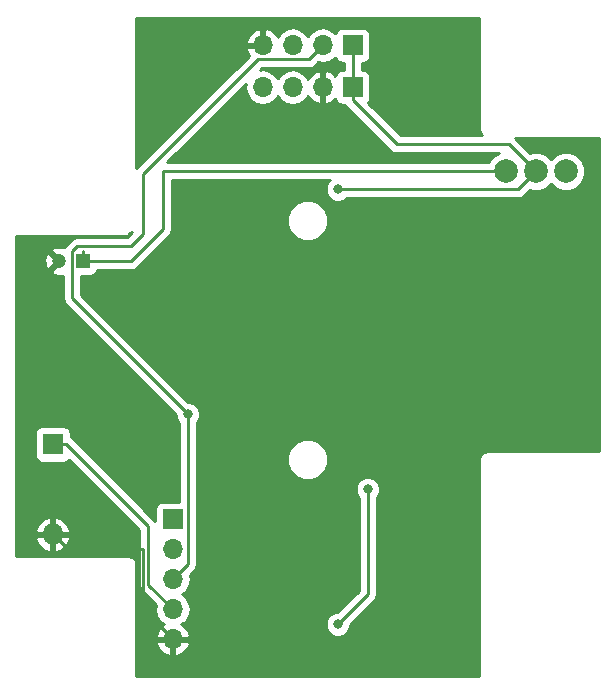
<source format=gbr>
G04 #@! TF.GenerationSoftware,KiCad,Pcbnew,(2018-01-18 revision 959767c09)-makepkg*
G04 #@! TF.CreationDate,2018-01-30T22:09:32+01:00*
G04 #@! TF.ProjectId,SensorPCB_V1.1,53656E736F725043425F56312E312E6B,rev?*
G04 #@! TF.SameCoordinates,Original*
G04 #@! TF.FileFunction,Copper,L2,Bot,Signal*
G04 #@! TF.FilePolarity,Positive*
%FSLAX46Y46*%
G04 Gerber Fmt 4.6, Leading zero omitted, Abs format (unit mm)*
G04 Created by KiCad (PCBNEW (2018-01-18 revision 959767c09)-makepkg) date 01/30/18 22:09:32*
%MOMM*%
%LPD*%
G01*
G04 APERTURE LIST*
%ADD10R,1.700000X1.700000*%
%ADD11O,1.700000X1.700000*%
%ADD12C,1.998980*%
%ADD13O,1.800000X1.800000*%
%ADD14R,1.800000X1.800000*%
%ADD15C,1.200000*%
%ADD16R,1.200000X1.200000*%
%ADD17C,0.800000*%
%ADD18C,0.250000*%
%ADD19C,0.254000*%
G04 APERTURE END LIST*
D10*
X41910000Y-19304000D03*
D11*
X39370000Y-19304000D03*
X36830000Y-19304000D03*
X34290000Y-19304000D03*
X34290000Y-15748000D03*
X36830000Y-15748000D03*
X39370000Y-15748000D03*
D10*
X41910000Y-15748000D03*
D12*
X57404000Y-26416000D03*
X54864000Y-26416000D03*
X59944000Y-26416000D03*
D13*
X16510000Y-57150000D03*
D14*
X16510000Y-49530000D03*
D15*
X17050000Y-34036000D03*
D16*
X19050000Y-34036000D03*
D11*
X26670000Y-66040000D03*
X26670000Y-63500000D03*
X26670000Y-60960000D03*
X26670000Y-58420000D03*
D10*
X26670000Y-55880000D03*
D17*
X40640000Y-27940000D03*
X27940000Y-46990000D03*
X40640000Y-64770000D03*
X43180000Y-53340000D03*
D18*
X25820000Y-31330000D02*
X23114000Y-34036000D01*
X23114000Y-34036000D02*
X19050000Y-34036000D01*
X25820000Y-26416000D02*
X25820000Y-31330000D01*
X54864000Y-26416000D02*
X25820000Y-26416000D01*
X19050000Y-33186000D02*
X19050000Y-34036000D01*
X26670000Y-63500000D02*
X24580010Y-61410010D01*
X24580010Y-61410010D02*
X24580010Y-56450010D01*
X24580010Y-56450010D02*
X17660000Y-49530000D01*
X17660000Y-49530000D02*
X16510000Y-49530000D01*
X24130000Y-58420000D02*
X17780000Y-58420000D01*
X17780000Y-58420000D02*
X16510000Y-57150000D01*
X24130000Y-63500000D02*
X24130000Y-58420000D01*
X26670000Y-66040000D02*
X24130000Y-63500000D01*
X40640000Y-27940000D02*
X55880000Y-27940000D01*
X55880000Y-27940000D02*
X57404000Y-26416000D01*
X41910000Y-20404000D02*
X41910000Y-15748000D01*
X41910000Y-20404000D02*
X41910000Y-19304000D01*
X57404000Y-26416000D02*
X55118000Y-24130000D01*
X55118000Y-24130000D02*
X45636000Y-24130000D01*
X45636000Y-24130000D02*
X41910000Y-20404000D01*
X23144010Y-32735990D02*
X18565008Y-32735990D01*
X24130000Y-31750000D02*
X23144010Y-32735990D01*
X24130000Y-26670000D02*
X24130000Y-31750000D01*
X33876999Y-16923001D02*
X24130000Y-26670000D01*
X38194999Y-16923001D02*
X33876999Y-16923001D01*
X39370000Y-15748000D02*
X38194999Y-16923001D01*
X18565008Y-32735990D02*
X18124999Y-33175999D01*
X18124999Y-33175999D02*
X18124999Y-37174999D01*
X18124999Y-37174999D02*
X27940000Y-46990000D01*
X27940000Y-59690000D02*
X27940000Y-46990000D01*
X26670000Y-60960000D02*
X27940000Y-59690000D01*
X43180000Y-62230000D02*
X40640000Y-64770000D01*
X43180000Y-53340000D02*
X43180000Y-62230000D01*
D19*
G36*
X62790000Y-50090000D02*
X53340000Y-50090000D01*
X53068295Y-50144046D01*
X52837954Y-50297954D01*
X52684046Y-50528295D01*
X52630000Y-50800000D01*
X52630000Y-69140000D01*
X23570000Y-69140000D01*
X23570000Y-66396890D01*
X25228524Y-66396890D01*
X25398355Y-66806924D01*
X25788642Y-67235183D01*
X26313108Y-67481486D01*
X26543000Y-67360819D01*
X26543000Y-66167000D01*
X26797000Y-66167000D01*
X26797000Y-67360819D01*
X27026892Y-67481486D01*
X27551358Y-67235183D01*
X27941645Y-66806924D01*
X28111476Y-66396890D01*
X27990155Y-66167000D01*
X26797000Y-66167000D01*
X26543000Y-66167000D01*
X25349845Y-66167000D01*
X25228524Y-66396890D01*
X23570000Y-66396890D01*
X23570000Y-59690000D01*
X23515954Y-59418295D01*
X23362046Y-59187954D01*
X23131705Y-59034046D01*
X22860000Y-58980000D01*
X13410000Y-58980000D01*
X13410000Y-57514742D01*
X15018954Y-57514742D01*
X15272034Y-58057576D01*
X15713583Y-58462240D01*
X16145260Y-58641036D01*
X16383000Y-58520378D01*
X16383000Y-57277000D01*
X16637000Y-57277000D01*
X16637000Y-58520378D01*
X16874740Y-58641036D01*
X17306417Y-58462240D01*
X17747966Y-58057576D01*
X18001046Y-57514742D01*
X17880997Y-57277000D01*
X16637000Y-57277000D01*
X16383000Y-57277000D01*
X15139003Y-57277000D01*
X15018954Y-57514742D01*
X13410000Y-57514742D01*
X13410000Y-56785258D01*
X15018954Y-56785258D01*
X15139003Y-57023000D01*
X16383000Y-57023000D01*
X16383000Y-55779622D01*
X16637000Y-55779622D01*
X16637000Y-57023000D01*
X17880997Y-57023000D01*
X18001046Y-56785258D01*
X17747966Y-56242424D01*
X17306417Y-55837760D01*
X16874740Y-55658964D01*
X16637000Y-55779622D01*
X16383000Y-55779622D01*
X16145260Y-55658964D01*
X15713583Y-55837760D01*
X15272034Y-56242424D01*
X15018954Y-56785258D01*
X13410000Y-56785258D01*
X13410000Y-33867036D01*
X15802193Y-33867036D01*
X15832518Y-34357413D01*
X15961836Y-34669617D01*
X16187265Y-34719130D01*
X16870395Y-34036000D01*
X16187265Y-33352870D01*
X15961836Y-33402383D01*
X15802193Y-33867036D01*
X13410000Y-33867036D01*
X13410000Y-31877000D01*
X22860000Y-31877000D01*
X22908601Y-31867333D01*
X22949803Y-31839803D01*
X22977333Y-31798601D01*
X22987000Y-31750000D01*
X22987000Y-31672738D01*
X23131705Y-31643954D01*
X23220725Y-31584473D01*
X22829208Y-31975990D01*
X18565008Y-31975990D01*
X18274169Y-32033842D01*
X18027607Y-32198589D01*
X17587598Y-32638598D01*
X17437478Y-32863269D01*
X17218964Y-32788193D01*
X16728587Y-32818518D01*
X16416383Y-32947836D01*
X16366870Y-33173265D01*
X17050000Y-33856395D01*
X17064143Y-33842253D01*
X17243748Y-34021858D01*
X17229605Y-34036000D01*
X17243748Y-34050143D01*
X17064143Y-34229748D01*
X17050000Y-34215605D01*
X16366870Y-34898735D01*
X16416383Y-35124164D01*
X16881036Y-35283807D01*
X17364999Y-35253879D01*
X17364999Y-37174999D01*
X17422851Y-37465838D01*
X17587598Y-37712400D01*
X26904965Y-47029767D01*
X26904821Y-47194971D01*
X27062058Y-47575515D01*
X27180000Y-47693663D01*
X27180000Y-54382560D01*
X25820000Y-54382560D01*
X25572235Y-54431843D01*
X25362191Y-54572191D01*
X25221843Y-54782235D01*
X25172560Y-55030000D01*
X25172560Y-55995146D01*
X25117411Y-55912609D01*
X18197401Y-48992599D01*
X18057440Y-48899080D01*
X18057440Y-48630000D01*
X18008157Y-48382235D01*
X17867809Y-48172191D01*
X17657765Y-48031843D01*
X17410000Y-47982560D01*
X15610000Y-47982560D01*
X15362235Y-48031843D01*
X15152191Y-48172191D01*
X15011843Y-48382235D01*
X14962560Y-48630000D01*
X14962560Y-50430000D01*
X15011843Y-50677765D01*
X15152191Y-50887809D01*
X15362235Y-51028157D01*
X15610000Y-51077440D01*
X17410000Y-51077440D01*
X17657765Y-51028157D01*
X17867809Y-50887809D01*
X17897929Y-50842731D01*
X23820010Y-56764812D01*
X23820010Y-61410010D01*
X23877862Y-61700849D01*
X24042609Y-61947411D01*
X25228790Y-63133592D01*
X25155907Y-63500000D01*
X25268946Y-64068285D01*
X25590853Y-64550054D01*
X25931553Y-64777702D01*
X25788642Y-64844817D01*
X25398355Y-65273076D01*
X25228524Y-65683110D01*
X25349845Y-65913000D01*
X26543000Y-65913000D01*
X26543000Y-65893000D01*
X26797000Y-65893000D01*
X26797000Y-65913000D01*
X27990155Y-65913000D01*
X28111476Y-65683110D01*
X27941645Y-65273076D01*
X27669972Y-64974971D01*
X39604821Y-64974971D01*
X39762058Y-65355515D01*
X40052954Y-65646919D01*
X40433223Y-65804820D01*
X40844971Y-65805179D01*
X41225515Y-65647942D01*
X41516919Y-65357046D01*
X41674820Y-64976777D01*
X41674966Y-64809836D01*
X43717401Y-62767401D01*
X43882148Y-62520840D01*
X43897233Y-62445000D01*
X43940000Y-62230000D01*
X43940000Y-54043761D01*
X44056919Y-53927046D01*
X44214820Y-53546777D01*
X44215179Y-53135029D01*
X44057942Y-52754485D01*
X43767046Y-52463081D01*
X43386777Y-52305180D01*
X42975029Y-52304821D01*
X42594485Y-52462058D01*
X42303081Y-52752954D01*
X42145180Y-53133223D01*
X42144821Y-53544971D01*
X42302058Y-53925515D01*
X42420000Y-54043663D01*
X42420000Y-61915198D01*
X40600233Y-63734965D01*
X40435029Y-63734821D01*
X40054485Y-63892058D01*
X39763081Y-64182954D01*
X39605180Y-64563223D01*
X39604821Y-64974971D01*
X27669972Y-64974971D01*
X27551358Y-64844817D01*
X27408447Y-64777702D01*
X27749147Y-64550054D01*
X28071054Y-64068285D01*
X28184093Y-63500000D01*
X28071054Y-62931715D01*
X27749147Y-62449946D01*
X27419974Y-62230000D01*
X27749147Y-62010054D01*
X28071054Y-61528285D01*
X28184093Y-60960000D01*
X28111210Y-60593592D01*
X28477401Y-60227401D01*
X28642148Y-59980840D01*
X28700000Y-59690000D01*
X28700000Y-51143599D01*
X36364699Y-51143599D01*
X36628281Y-51781515D01*
X37115918Y-52270004D01*
X37753373Y-52534699D01*
X38443599Y-52535301D01*
X39081515Y-52271719D01*
X39570004Y-51784082D01*
X39834699Y-51146627D01*
X39835301Y-50456401D01*
X39571719Y-49818485D01*
X39084082Y-49329996D01*
X38446627Y-49065301D01*
X37756401Y-49064699D01*
X37118485Y-49328281D01*
X36629996Y-49815918D01*
X36365301Y-50453373D01*
X36364699Y-51143599D01*
X28700000Y-51143599D01*
X28700000Y-47693761D01*
X28816919Y-47577046D01*
X28974820Y-47196777D01*
X28975179Y-46785029D01*
X28817942Y-46404485D01*
X28527046Y-46113081D01*
X28146777Y-45955180D01*
X27979836Y-45955034D01*
X18884999Y-36860197D01*
X18884999Y-35283440D01*
X19650000Y-35283440D01*
X19897765Y-35234157D01*
X20107809Y-35093809D01*
X20248157Y-34883765D01*
X20265614Y-34796000D01*
X23114000Y-34796000D01*
X23404839Y-34738148D01*
X23651401Y-34573401D01*
X26357401Y-31867401D01*
X26522148Y-31620839D01*
X26580000Y-31330000D01*
X26580000Y-30931599D01*
X36364699Y-30931599D01*
X36628281Y-31569515D01*
X37115918Y-32058004D01*
X37753373Y-32322699D01*
X38443599Y-32323301D01*
X39081515Y-32059719D01*
X39570004Y-31572082D01*
X39834699Y-30934627D01*
X39835301Y-30244401D01*
X39571719Y-29606485D01*
X39084082Y-29117996D01*
X38446627Y-28853301D01*
X37756401Y-28852699D01*
X37118485Y-29116281D01*
X36629996Y-29603918D01*
X36365301Y-30241373D01*
X36364699Y-30931599D01*
X26580000Y-30931599D01*
X26580000Y-27176000D01*
X39940344Y-27176000D01*
X39763081Y-27352954D01*
X39605180Y-27733223D01*
X39604821Y-28144971D01*
X39762058Y-28525515D01*
X40052954Y-28816919D01*
X40433223Y-28974820D01*
X40844971Y-28975179D01*
X41225515Y-28817942D01*
X41343663Y-28700000D01*
X55880000Y-28700000D01*
X56170839Y-28642148D01*
X56417401Y-28477401D01*
X56912917Y-27981885D01*
X57077453Y-28050206D01*
X57727694Y-28050774D01*
X58328655Y-27802462D01*
X58674199Y-27457520D01*
X59016927Y-27800846D01*
X59617453Y-28050206D01*
X60267694Y-28050774D01*
X60868655Y-27802462D01*
X61328846Y-27343073D01*
X61578206Y-26742547D01*
X61578774Y-26092306D01*
X61330462Y-25491345D01*
X60871073Y-25031154D01*
X60270547Y-24781794D01*
X59620306Y-24781226D01*
X59019345Y-25029538D01*
X58673801Y-25374480D01*
X58331073Y-25031154D01*
X57730547Y-24781794D01*
X57080306Y-24781226D01*
X56913111Y-24850309D01*
X55655401Y-23592599D01*
X55621579Y-23570000D01*
X62790000Y-23570000D01*
X62790000Y-50090000D01*
X62790000Y-50090000D01*
G37*
X62790000Y-50090000D02*
X53340000Y-50090000D01*
X53068295Y-50144046D01*
X52837954Y-50297954D01*
X52684046Y-50528295D01*
X52630000Y-50800000D01*
X52630000Y-69140000D01*
X23570000Y-69140000D01*
X23570000Y-66396890D01*
X25228524Y-66396890D01*
X25398355Y-66806924D01*
X25788642Y-67235183D01*
X26313108Y-67481486D01*
X26543000Y-67360819D01*
X26543000Y-66167000D01*
X26797000Y-66167000D01*
X26797000Y-67360819D01*
X27026892Y-67481486D01*
X27551358Y-67235183D01*
X27941645Y-66806924D01*
X28111476Y-66396890D01*
X27990155Y-66167000D01*
X26797000Y-66167000D01*
X26543000Y-66167000D01*
X25349845Y-66167000D01*
X25228524Y-66396890D01*
X23570000Y-66396890D01*
X23570000Y-59690000D01*
X23515954Y-59418295D01*
X23362046Y-59187954D01*
X23131705Y-59034046D01*
X22860000Y-58980000D01*
X13410000Y-58980000D01*
X13410000Y-57514742D01*
X15018954Y-57514742D01*
X15272034Y-58057576D01*
X15713583Y-58462240D01*
X16145260Y-58641036D01*
X16383000Y-58520378D01*
X16383000Y-57277000D01*
X16637000Y-57277000D01*
X16637000Y-58520378D01*
X16874740Y-58641036D01*
X17306417Y-58462240D01*
X17747966Y-58057576D01*
X18001046Y-57514742D01*
X17880997Y-57277000D01*
X16637000Y-57277000D01*
X16383000Y-57277000D01*
X15139003Y-57277000D01*
X15018954Y-57514742D01*
X13410000Y-57514742D01*
X13410000Y-56785258D01*
X15018954Y-56785258D01*
X15139003Y-57023000D01*
X16383000Y-57023000D01*
X16383000Y-55779622D01*
X16637000Y-55779622D01*
X16637000Y-57023000D01*
X17880997Y-57023000D01*
X18001046Y-56785258D01*
X17747966Y-56242424D01*
X17306417Y-55837760D01*
X16874740Y-55658964D01*
X16637000Y-55779622D01*
X16383000Y-55779622D01*
X16145260Y-55658964D01*
X15713583Y-55837760D01*
X15272034Y-56242424D01*
X15018954Y-56785258D01*
X13410000Y-56785258D01*
X13410000Y-33867036D01*
X15802193Y-33867036D01*
X15832518Y-34357413D01*
X15961836Y-34669617D01*
X16187265Y-34719130D01*
X16870395Y-34036000D01*
X16187265Y-33352870D01*
X15961836Y-33402383D01*
X15802193Y-33867036D01*
X13410000Y-33867036D01*
X13410000Y-31877000D01*
X22860000Y-31877000D01*
X22908601Y-31867333D01*
X22949803Y-31839803D01*
X22977333Y-31798601D01*
X22987000Y-31750000D01*
X22987000Y-31672738D01*
X23131705Y-31643954D01*
X23220725Y-31584473D01*
X22829208Y-31975990D01*
X18565008Y-31975990D01*
X18274169Y-32033842D01*
X18027607Y-32198589D01*
X17587598Y-32638598D01*
X17437478Y-32863269D01*
X17218964Y-32788193D01*
X16728587Y-32818518D01*
X16416383Y-32947836D01*
X16366870Y-33173265D01*
X17050000Y-33856395D01*
X17064143Y-33842253D01*
X17243748Y-34021858D01*
X17229605Y-34036000D01*
X17243748Y-34050143D01*
X17064143Y-34229748D01*
X17050000Y-34215605D01*
X16366870Y-34898735D01*
X16416383Y-35124164D01*
X16881036Y-35283807D01*
X17364999Y-35253879D01*
X17364999Y-37174999D01*
X17422851Y-37465838D01*
X17587598Y-37712400D01*
X26904965Y-47029767D01*
X26904821Y-47194971D01*
X27062058Y-47575515D01*
X27180000Y-47693663D01*
X27180000Y-54382560D01*
X25820000Y-54382560D01*
X25572235Y-54431843D01*
X25362191Y-54572191D01*
X25221843Y-54782235D01*
X25172560Y-55030000D01*
X25172560Y-55995146D01*
X25117411Y-55912609D01*
X18197401Y-48992599D01*
X18057440Y-48899080D01*
X18057440Y-48630000D01*
X18008157Y-48382235D01*
X17867809Y-48172191D01*
X17657765Y-48031843D01*
X17410000Y-47982560D01*
X15610000Y-47982560D01*
X15362235Y-48031843D01*
X15152191Y-48172191D01*
X15011843Y-48382235D01*
X14962560Y-48630000D01*
X14962560Y-50430000D01*
X15011843Y-50677765D01*
X15152191Y-50887809D01*
X15362235Y-51028157D01*
X15610000Y-51077440D01*
X17410000Y-51077440D01*
X17657765Y-51028157D01*
X17867809Y-50887809D01*
X17897929Y-50842731D01*
X23820010Y-56764812D01*
X23820010Y-61410010D01*
X23877862Y-61700849D01*
X24042609Y-61947411D01*
X25228790Y-63133592D01*
X25155907Y-63500000D01*
X25268946Y-64068285D01*
X25590853Y-64550054D01*
X25931553Y-64777702D01*
X25788642Y-64844817D01*
X25398355Y-65273076D01*
X25228524Y-65683110D01*
X25349845Y-65913000D01*
X26543000Y-65913000D01*
X26543000Y-65893000D01*
X26797000Y-65893000D01*
X26797000Y-65913000D01*
X27990155Y-65913000D01*
X28111476Y-65683110D01*
X27941645Y-65273076D01*
X27669972Y-64974971D01*
X39604821Y-64974971D01*
X39762058Y-65355515D01*
X40052954Y-65646919D01*
X40433223Y-65804820D01*
X40844971Y-65805179D01*
X41225515Y-65647942D01*
X41516919Y-65357046D01*
X41674820Y-64976777D01*
X41674966Y-64809836D01*
X43717401Y-62767401D01*
X43882148Y-62520840D01*
X43897233Y-62445000D01*
X43940000Y-62230000D01*
X43940000Y-54043761D01*
X44056919Y-53927046D01*
X44214820Y-53546777D01*
X44215179Y-53135029D01*
X44057942Y-52754485D01*
X43767046Y-52463081D01*
X43386777Y-52305180D01*
X42975029Y-52304821D01*
X42594485Y-52462058D01*
X42303081Y-52752954D01*
X42145180Y-53133223D01*
X42144821Y-53544971D01*
X42302058Y-53925515D01*
X42420000Y-54043663D01*
X42420000Y-61915198D01*
X40600233Y-63734965D01*
X40435029Y-63734821D01*
X40054485Y-63892058D01*
X39763081Y-64182954D01*
X39605180Y-64563223D01*
X39604821Y-64974971D01*
X27669972Y-64974971D01*
X27551358Y-64844817D01*
X27408447Y-64777702D01*
X27749147Y-64550054D01*
X28071054Y-64068285D01*
X28184093Y-63500000D01*
X28071054Y-62931715D01*
X27749147Y-62449946D01*
X27419974Y-62230000D01*
X27749147Y-62010054D01*
X28071054Y-61528285D01*
X28184093Y-60960000D01*
X28111210Y-60593592D01*
X28477401Y-60227401D01*
X28642148Y-59980840D01*
X28700000Y-59690000D01*
X28700000Y-51143599D01*
X36364699Y-51143599D01*
X36628281Y-51781515D01*
X37115918Y-52270004D01*
X37753373Y-52534699D01*
X38443599Y-52535301D01*
X39081515Y-52271719D01*
X39570004Y-51784082D01*
X39834699Y-51146627D01*
X39835301Y-50456401D01*
X39571719Y-49818485D01*
X39084082Y-49329996D01*
X38446627Y-49065301D01*
X37756401Y-49064699D01*
X37118485Y-49328281D01*
X36629996Y-49815918D01*
X36365301Y-50453373D01*
X36364699Y-51143599D01*
X28700000Y-51143599D01*
X28700000Y-47693761D01*
X28816919Y-47577046D01*
X28974820Y-47196777D01*
X28975179Y-46785029D01*
X28817942Y-46404485D01*
X28527046Y-46113081D01*
X28146777Y-45955180D01*
X27979836Y-45955034D01*
X18884999Y-36860197D01*
X18884999Y-35283440D01*
X19650000Y-35283440D01*
X19897765Y-35234157D01*
X20107809Y-35093809D01*
X20248157Y-34883765D01*
X20265614Y-34796000D01*
X23114000Y-34796000D01*
X23404839Y-34738148D01*
X23651401Y-34573401D01*
X26357401Y-31867401D01*
X26522148Y-31620839D01*
X26580000Y-31330000D01*
X26580000Y-30931599D01*
X36364699Y-30931599D01*
X36628281Y-31569515D01*
X37115918Y-32058004D01*
X37753373Y-32322699D01*
X38443599Y-32323301D01*
X39081515Y-32059719D01*
X39570004Y-31572082D01*
X39834699Y-30934627D01*
X39835301Y-30244401D01*
X39571719Y-29606485D01*
X39084082Y-29117996D01*
X38446627Y-28853301D01*
X37756401Y-28852699D01*
X37118485Y-29116281D01*
X36629996Y-29603918D01*
X36365301Y-30241373D01*
X36364699Y-30931599D01*
X26580000Y-30931599D01*
X26580000Y-27176000D01*
X39940344Y-27176000D01*
X39763081Y-27352954D01*
X39605180Y-27733223D01*
X39604821Y-28144971D01*
X39762058Y-28525515D01*
X40052954Y-28816919D01*
X40433223Y-28974820D01*
X40844971Y-28975179D01*
X41225515Y-28817942D01*
X41343663Y-28700000D01*
X55880000Y-28700000D01*
X56170839Y-28642148D01*
X56417401Y-28477401D01*
X56912917Y-27981885D01*
X57077453Y-28050206D01*
X57727694Y-28050774D01*
X58328655Y-27802462D01*
X58674199Y-27457520D01*
X59016927Y-27800846D01*
X59617453Y-28050206D01*
X60267694Y-28050774D01*
X60868655Y-27802462D01*
X61328846Y-27343073D01*
X61578206Y-26742547D01*
X61578774Y-26092306D01*
X61330462Y-25491345D01*
X60871073Y-25031154D01*
X60270547Y-24781794D01*
X59620306Y-24781226D01*
X59019345Y-25029538D01*
X58673801Y-25374480D01*
X58331073Y-25031154D01*
X57730547Y-24781794D01*
X57080306Y-24781226D01*
X56913111Y-24850309D01*
X55655401Y-23592599D01*
X55621579Y-23570000D01*
X62790000Y-23570000D01*
X62790000Y-50090000D01*
G36*
X52630000Y-22860000D02*
X52684046Y-23131705D01*
X52837954Y-23362046D01*
X52849858Y-23370000D01*
X45950802Y-23370000D01*
X43202704Y-20621902D01*
X43217809Y-20611809D01*
X43358157Y-20401765D01*
X43407440Y-20154000D01*
X43407440Y-18454000D01*
X43358157Y-18206235D01*
X43217809Y-17996191D01*
X43007765Y-17855843D01*
X42760000Y-17806560D01*
X42670000Y-17806560D01*
X42670000Y-17245440D01*
X42760000Y-17245440D01*
X43007765Y-17196157D01*
X43217809Y-17055809D01*
X43358157Y-16845765D01*
X43407440Y-16598000D01*
X43407440Y-14898000D01*
X43358157Y-14650235D01*
X43217809Y-14440191D01*
X43007765Y-14299843D01*
X42760000Y-14250560D01*
X41060000Y-14250560D01*
X40812235Y-14299843D01*
X40602191Y-14440191D01*
X40461843Y-14650235D01*
X40449403Y-14712777D01*
X40420054Y-14668853D01*
X39938285Y-14346946D01*
X39370000Y-14233907D01*
X38801715Y-14346946D01*
X38319946Y-14668853D01*
X38100000Y-14998026D01*
X37880054Y-14668853D01*
X37398285Y-14346946D01*
X36830000Y-14233907D01*
X36261715Y-14346946D01*
X35779946Y-14668853D01*
X35552298Y-15009553D01*
X35485183Y-14866642D01*
X35056924Y-14476355D01*
X34646890Y-14306524D01*
X34417000Y-14427845D01*
X34417000Y-15621000D01*
X34437000Y-15621000D01*
X34437000Y-15875000D01*
X34417000Y-15875000D01*
X34417000Y-15895000D01*
X34163000Y-15895000D01*
X34163000Y-15875000D01*
X32969181Y-15875000D01*
X32848514Y-16104892D01*
X33094817Y-16629358D01*
X33095352Y-16629846D01*
X23592599Y-26132599D01*
X23570000Y-26166421D01*
X23570000Y-15391108D01*
X32848514Y-15391108D01*
X32969181Y-15621000D01*
X34163000Y-15621000D01*
X34163000Y-14427845D01*
X33933110Y-14306524D01*
X33523076Y-14476355D01*
X33094817Y-14866642D01*
X32848514Y-15391108D01*
X23570000Y-15391108D01*
X23570000Y-13410000D01*
X52630000Y-13410000D01*
X52630000Y-22860000D01*
X52630000Y-22860000D01*
G37*
X52630000Y-22860000D02*
X52684046Y-23131705D01*
X52837954Y-23362046D01*
X52849858Y-23370000D01*
X45950802Y-23370000D01*
X43202704Y-20621902D01*
X43217809Y-20611809D01*
X43358157Y-20401765D01*
X43407440Y-20154000D01*
X43407440Y-18454000D01*
X43358157Y-18206235D01*
X43217809Y-17996191D01*
X43007765Y-17855843D01*
X42760000Y-17806560D01*
X42670000Y-17806560D01*
X42670000Y-17245440D01*
X42760000Y-17245440D01*
X43007765Y-17196157D01*
X43217809Y-17055809D01*
X43358157Y-16845765D01*
X43407440Y-16598000D01*
X43407440Y-14898000D01*
X43358157Y-14650235D01*
X43217809Y-14440191D01*
X43007765Y-14299843D01*
X42760000Y-14250560D01*
X41060000Y-14250560D01*
X40812235Y-14299843D01*
X40602191Y-14440191D01*
X40461843Y-14650235D01*
X40449403Y-14712777D01*
X40420054Y-14668853D01*
X39938285Y-14346946D01*
X39370000Y-14233907D01*
X38801715Y-14346946D01*
X38319946Y-14668853D01*
X38100000Y-14998026D01*
X37880054Y-14668853D01*
X37398285Y-14346946D01*
X36830000Y-14233907D01*
X36261715Y-14346946D01*
X35779946Y-14668853D01*
X35552298Y-15009553D01*
X35485183Y-14866642D01*
X35056924Y-14476355D01*
X34646890Y-14306524D01*
X34417000Y-14427845D01*
X34417000Y-15621000D01*
X34437000Y-15621000D01*
X34437000Y-15875000D01*
X34417000Y-15875000D01*
X34417000Y-15895000D01*
X34163000Y-15895000D01*
X34163000Y-15875000D01*
X32969181Y-15875000D01*
X32848514Y-16104892D01*
X33094817Y-16629358D01*
X33095352Y-16629846D01*
X23592599Y-26132599D01*
X23570000Y-26166421D01*
X23570000Y-15391108D01*
X32848514Y-15391108D01*
X32969181Y-15621000D01*
X34163000Y-15621000D01*
X34163000Y-14427845D01*
X33933110Y-14306524D01*
X33523076Y-14476355D01*
X33094817Y-14866642D01*
X32848514Y-15391108D01*
X23570000Y-15391108D01*
X23570000Y-13410000D01*
X52630000Y-13410000D01*
X52630000Y-22860000D01*
G36*
X40461843Y-16845765D02*
X40602191Y-17055809D01*
X40812235Y-17196157D01*
X41060000Y-17245440D01*
X41150000Y-17245440D01*
X41150000Y-17806560D01*
X41060000Y-17806560D01*
X40812235Y-17855843D01*
X40602191Y-17996191D01*
X40461843Y-18206235D01*
X40441261Y-18309708D01*
X40136924Y-18032355D01*
X39726890Y-17862524D01*
X39497000Y-17983845D01*
X39497000Y-19177000D01*
X39517000Y-19177000D01*
X39517000Y-19431000D01*
X39497000Y-19431000D01*
X39497000Y-20624155D01*
X39726890Y-20745476D01*
X40136924Y-20575645D01*
X40441261Y-20298292D01*
X40461843Y-20401765D01*
X40602191Y-20611809D01*
X40812235Y-20752157D01*
X41060000Y-20801440D01*
X41279080Y-20801440D01*
X41372599Y-20941401D01*
X45098599Y-24667401D01*
X45345161Y-24832148D01*
X45636000Y-24890000D01*
X54277053Y-24890000D01*
X53939345Y-25029538D01*
X53479154Y-25488927D01*
X53409779Y-25656000D01*
X26218802Y-25656000D01*
X32855928Y-19018874D01*
X32805000Y-19274907D01*
X32805000Y-19333093D01*
X32918039Y-19901378D01*
X33239946Y-20383147D01*
X33721715Y-20705054D01*
X34290000Y-20818093D01*
X34858285Y-20705054D01*
X35340054Y-20383147D01*
X35560000Y-20053974D01*
X35779946Y-20383147D01*
X36261715Y-20705054D01*
X36830000Y-20818093D01*
X37398285Y-20705054D01*
X37880054Y-20383147D01*
X38107702Y-20042447D01*
X38174817Y-20185358D01*
X38603076Y-20575645D01*
X39013110Y-20745476D01*
X39243000Y-20624155D01*
X39243000Y-19431000D01*
X39223000Y-19431000D01*
X39223000Y-19177000D01*
X39243000Y-19177000D01*
X39243000Y-17983845D01*
X39013110Y-17862524D01*
X38603076Y-18032355D01*
X38174817Y-18422642D01*
X38107702Y-18565553D01*
X37880054Y-18224853D01*
X37398285Y-17902946D01*
X36830000Y-17789907D01*
X36261715Y-17902946D01*
X35779946Y-18224853D01*
X35560000Y-18554026D01*
X35340054Y-18224853D01*
X34858285Y-17902946D01*
X34290000Y-17789907D01*
X34033967Y-17840835D01*
X34191801Y-17683001D01*
X38194999Y-17683001D01*
X38485838Y-17625149D01*
X38732400Y-17460402D01*
X39003592Y-17189210D01*
X39370000Y-17262093D01*
X39938285Y-17149054D01*
X40420054Y-16827147D01*
X40449403Y-16783223D01*
X40461843Y-16845765D01*
X40461843Y-16845765D01*
G37*
X40461843Y-16845765D02*
X40602191Y-17055809D01*
X40812235Y-17196157D01*
X41060000Y-17245440D01*
X41150000Y-17245440D01*
X41150000Y-17806560D01*
X41060000Y-17806560D01*
X40812235Y-17855843D01*
X40602191Y-17996191D01*
X40461843Y-18206235D01*
X40441261Y-18309708D01*
X40136924Y-18032355D01*
X39726890Y-17862524D01*
X39497000Y-17983845D01*
X39497000Y-19177000D01*
X39517000Y-19177000D01*
X39517000Y-19431000D01*
X39497000Y-19431000D01*
X39497000Y-20624155D01*
X39726890Y-20745476D01*
X40136924Y-20575645D01*
X40441261Y-20298292D01*
X40461843Y-20401765D01*
X40602191Y-20611809D01*
X40812235Y-20752157D01*
X41060000Y-20801440D01*
X41279080Y-20801440D01*
X41372599Y-20941401D01*
X45098599Y-24667401D01*
X45345161Y-24832148D01*
X45636000Y-24890000D01*
X54277053Y-24890000D01*
X53939345Y-25029538D01*
X53479154Y-25488927D01*
X53409779Y-25656000D01*
X26218802Y-25656000D01*
X32855928Y-19018874D01*
X32805000Y-19274907D01*
X32805000Y-19333093D01*
X32918039Y-19901378D01*
X33239946Y-20383147D01*
X33721715Y-20705054D01*
X34290000Y-20818093D01*
X34858285Y-20705054D01*
X35340054Y-20383147D01*
X35560000Y-20053974D01*
X35779946Y-20383147D01*
X36261715Y-20705054D01*
X36830000Y-20818093D01*
X37398285Y-20705054D01*
X37880054Y-20383147D01*
X38107702Y-20042447D01*
X38174817Y-20185358D01*
X38603076Y-20575645D01*
X39013110Y-20745476D01*
X39243000Y-20624155D01*
X39243000Y-19431000D01*
X39223000Y-19431000D01*
X39223000Y-19177000D01*
X39243000Y-19177000D01*
X39243000Y-17983845D01*
X39013110Y-17862524D01*
X38603076Y-18032355D01*
X38174817Y-18422642D01*
X38107702Y-18565553D01*
X37880054Y-18224853D01*
X37398285Y-17902946D01*
X36830000Y-17789907D01*
X36261715Y-17902946D01*
X35779946Y-18224853D01*
X35560000Y-18554026D01*
X35340054Y-18224853D01*
X34858285Y-17902946D01*
X34290000Y-17789907D01*
X34033967Y-17840835D01*
X34191801Y-17683001D01*
X38194999Y-17683001D01*
X38485838Y-17625149D01*
X38732400Y-17460402D01*
X39003592Y-17189210D01*
X39370000Y-17262093D01*
X39938285Y-17149054D01*
X40420054Y-16827147D01*
X40449403Y-16783223D01*
X40461843Y-16845765D01*
M02*

</source>
